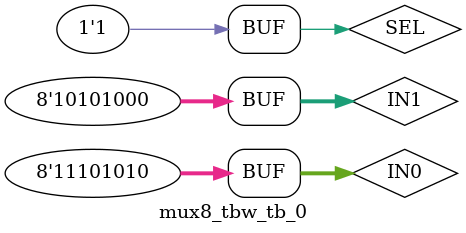
<source format=v>
`timescale 1ns/1ps
module mux8_tbw_tb_0;
reg [7:0] IN0 = 8'b00000000;
reg [7:0] IN1 = 8'b00000000;
reg SEL = 1'b0;
wire [7:0] MUX_OUT;
mux8sch UUT (
.IN0(IN0),
.IN1(IN1),
.SEL(SEL),
.MUX_OUT(MUX_OUT));
initial begin
// ------------- Current Time: 100ns
#100;
IN1 = 8'b01011111;
// -------------------------------------
// ------------- Current Time: 200ns
#100;
SEL = 1'b1;
IN0 = 8'b01011111;
IN1 = 8'b11001000;
// -------------------------------------
// ------------- Current Time: 300ns
#100;
IN1 = 8'b10010001;
// -------------------------------------
// ------------- Current Time: 400ns
#100;
IN0 = 8'b11001000;
IN1 = 8'b00011101;
// -------------------------------------
// ------------- Current Time: 500ns
#100;
SEL = 1'b0;
IN1 = 8'b11101010;
// -------------------------------------
// ------------- Current Time: 600ns
#100;
IN0 = 8'b10010001;
IN1 = 8'b01110011;
// -------------------------------------
// ------------- Current Time: 700ns
#100;
SEL = 1'b1;
IN1 = 8'b01110100;
// -------------------------------------
// ------------- Current Time: 800ns
#100;
IN0 = 8'b00011101;
IN1 = 8'b10101000;
// -------------------------------------
// ------------- Current Time: 1000ns
#200;
IN0 = 8'b11101010;
end
endmodule
</source>
